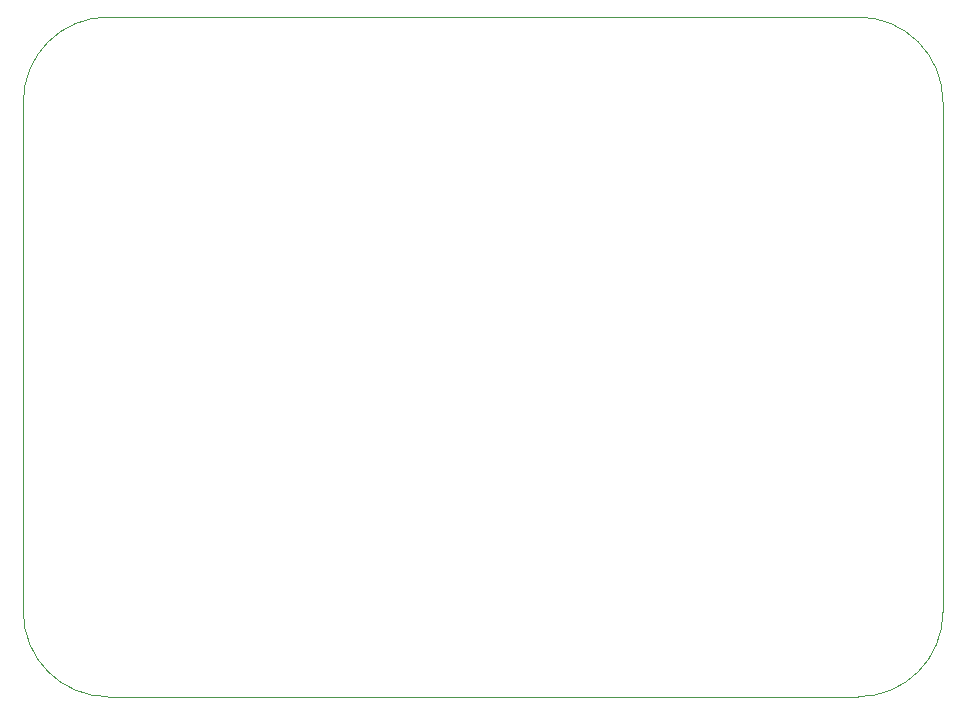
<source format=gm1>
G04 #@! TF.GenerationSoftware,KiCad,Pcbnew,9.0.1*
G04 #@! TF.CreationDate,2025-05-08T00:01:33-03:00*
G04 #@! TF.ProjectId,Controlador,436f6e74-726f-46c6-9164-6f722e6b6963,rev?*
G04 #@! TF.SameCoordinates,Original*
G04 #@! TF.FileFunction,Profile,NP*
%FSLAX46Y46*%
G04 Gerber Fmt 4.6, Leading zero omitted, Abs format (unit mm)*
G04 Created by KiCad (PCBNEW 9.0.1) date 2025-05-08 00:01:33*
%MOMM*%
%LPD*%
G01*
G04 APERTURE LIST*
G04 #@! TA.AperFunction,Profile*
%ADD10C,0.050000*%
G04 #@! TD*
G04 APERTURE END LIST*
D10*
X97354205Y-68580000D02*
G75*
G02*
X90170000Y-75764205I-7184205J0D01*
G01*
X26670000Y-75764205D02*
G75*
G02*
X19485795Y-68580000I0J7184205D01*
G01*
X90170000Y-18215795D02*
G75*
G02*
X97354205Y-25400000I0J-7184205D01*
G01*
X90170000Y-75764205D02*
X26670000Y-75764205D01*
X19485795Y-25400000D02*
G75*
G02*
X26670000Y-18215795I7184205J0D01*
G01*
X19485795Y-68580000D02*
X19485795Y-25400000D01*
X97354205Y-25400000D02*
X97354205Y-68580000D01*
X26670000Y-18215795D02*
X90170000Y-18215795D01*
M02*

</source>
